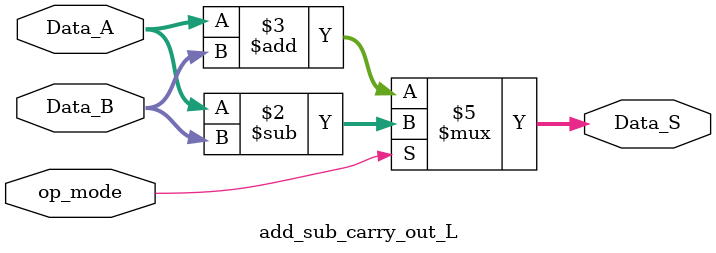
<source format=v>
`timescale 1ns / 1ps

//This module it's different to the add_sub module synthesized
module add_sub_carry_out_L
	# (parameter W = 32)
	(
		input wire op_mode,
		input wire [W-1:0] Data_A,
		input wire [W-1:0] Data_B,
		output reg [W:0] Data_S 
		);

	always @*
		if(op_mode)
			Data_S <= Data_A - Data_B;
		else
			Data_S <= Data_A + Data_B;

endmodule

</source>
